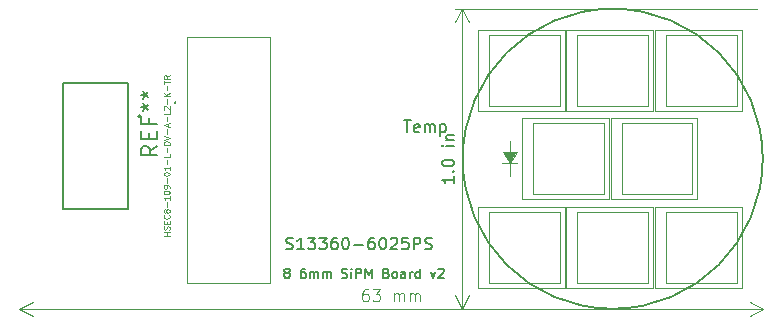
<source format=gbr>
%TF.GenerationSoftware,KiCad,Pcbnew,9.0.2*%
%TF.CreationDate,2025-05-27T17:48:54-07:00*%
%TF.ProjectId,8_6mSiPMs,385f366d-5369-4504-9d73-2e6b69636164,rev?*%
%TF.SameCoordinates,Original*%
%TF.FileFunction,Legend,Top*%
%TF.FilePolarity,Positive*%
%FSLAX46Y46*%
G04 Gerber Fmt 4.6, Leading zero omitted, Abs format (unit mm)*
G04 Created by KiCad (PCBNEW 9.0.2) date 2025-05-27 17:48:54*
%MOMM*%
%LPD*%
G01*
G04 APERTURE LIST*
%ADD10C,0.150000*%
%ADD11C,0.125000*%
%ADD12C,0.100000*%
%ADD13C,0.120000*%
%ADD14C,0.200000*%
%ADD15C,0.127000*%
G04 APERTURE END LIST*
D10*
X171650000Y-107600000D02*
G75*
G02*
X146250000Y-107600000I-12700000J0D01*
G01*
X146250000Y-107600000D02*
G75*
G02*
X171650000Y-107600000I12700000J0D01*
G01*
D11*
X121432309Y-114098716D02*
X120932309Y-114098716D01*
X121170404Y-114098716D02*
X121170404Y-113813002D01*
X121432309Y-113813002D02*
X120932309Y-113813002D01*
X121408500Y-113598715D02*
X121432309Y-113527287D01*
X121432309Y-113527287D02*
X121432309Y-113408239D01*
X121432309Y-113408239D02*
X121408500Y-113360620D01*
X121408500Y-113360620D02*
X121384690Y-113336811D01*
X121384690Y-113336811D02*
X121337071Y-113313001D01*
X121337071Y-113313001D02*
X121289452Y-113313001D01*
X121289452Y-113313001D02*
X121241833Y-113336811D01*
X121241833Y-113336811D02*
X121218023Y-113360620D01*
X121218023Y-113360620D02*
X121194214Y-113408239D01*
X121194214Y-113408239D02*
X121170404Y-113503477D01*
X121170404Y-113503477D02*
X121146595Y-113551096D01*
X121146595Y-113551096D02*
X121122785Y-113574906D01*
X121122785Y-113574906D02*
X121075166Y-113598715D01*
X121075166Y-113598715D02*
X121027547Y-113598715D01*
X121027547Y-113598715D02*
X120979928Y-113574906D01*
X120979928Y-113574906D02*
X120956119Y-113551096D01*
X120956119Y-113551096D02*
X120932309Y-113503477D01*
X120932309Y-113503477D02*
X120932309Y-113384430D01*
X120932309Y-113384430D02*
X120956119Y-113313001D01*
X121170404Y-113098716D02*
X121170404Y-112932049D01*
X121432309Y-112860621D02*
X121432309Y-113098716D01*
X121432309Y-113098716D02*
X120932309Y-113098716D01*
X120932309Y-113098716D02*
X120932309Y-112860621D01*
X121384690Y-112360621D02*
X121408500Y-112384430D01*
X121408500Y-112384430D02*
X121432309Y-112455859D01*
X121432309Y-112455859D02*
X121432309Y-112503478D01*
X121432309Y-112503478D02*
X121408500Y-112574906D01*
X121408500Y-112574906D02*
X121360880Y-112622525D01*
X121360880Y-112622525D02*
X121313261Y-112646335D01*
X121313261Y-112646335D02*
X121218023Y-112670144D01*
X121218023Y-112670144D02*
X121146595Y-112670144D01*
X121146595Y-112670144D02*
X121051357Y-112646335D01*
X121051357Y-112646335D02*
X121003738Y-112622525D01*
X121003738Y-112622525D02*
X120956119Y-112574906D01*
X120956119Y-112574906D02*
X120932309Y-112503478D01*
X120932309Y-112503478D02*
X120932309Y-112455859D01*
X120932309Y-112455859D02*
X120956119Y-112384430D01*
X120956119Y-112384430D02*
X120979928Y-112360621D01*
X121146595Y-112074906D02*
X121122785Y-112122525D01*
X121122785Y-112122525D02*
X121098976Y-112146335D01*
X121098976Y-112146335D02*
X121051357Y-112170144D01*
X121051357Y-112170144D02*
X121027547Y-112170144D01*
X121027547Y-112170144D02*
X120979928Y-112146335D01*
X120979928Y-112146335D02*
X120956119Y-112122525D01*
X120956119Y-112122525D02*
X120932309Y-112074906D01*
X120932309Y-112074906D02*
X120932309Y-111979668D01*
X120932309Y-111979668D02*
X120956119Y-111932049D01*
X120956119Y-111932049D02*
X120979928Y-111908240D01*
X120979928Y-111908240D02*
X121027547Y-111884430D01*
X121027547Y-111884430D02*
X121051357Y-111884430D01*
X121051357Y-111884430D02*
X121098976Y-111908240D01*
X121098976Y-111908240D02*
X121122785Y-111932049D01*
X121122785Y-111932049D02*
X121146595Y-111979668D01*
X121146595Y-111979668D02*
X121146595Y-112074906D01*
X121146595Y-112074906D02*
X121170404Y-112122525D01*
X121170404Y-112122525D02*
X121194214Y-112146335D01*
X121194214Y-112146335D02*
X121241833Y-112170144D01*
X121241833Y-112170144D02*
X121337071Y-112170144D01*
X121337071Y-112170144D02*
X121384690Y-112146335D01*
X121384690Y-112146335D02*
X121408500Y-112122525D01*
X121408500Y-112122525D02*
X121432309Y-112074906D01*
X121432309Y-112074906D02*
X121432309Y-111979668D01*
X121432309Y-111979668D02*
X121408500Y-111932049D01*
X121408500Y-111932049D02*
X121384690Y-111908240D01*
X121384690Y-111908240D02*
X121337071Y-111884430D01*
X121337071Y-111884430D02*
X121241833Y-111884430D01*
X121241833Y-111884430D02*
X121194214Y-111908240D01*
X121194214Y-111908240D02*
X121170404Y-111932049D01*
X121170404Y-111932049D02*
X121146595Y-111979668D01*
X121241833Y-111670145D02*
X121241833Y-111289193D01*
X121432309Y-110789192D02*
X121432309Y-111074906D01*
X121432309Y-110932049D02*
X120932309Y-110932049D01*
X120932309Y-110932049D02*
X121003738Y-110979668D01*
X121003738Y-110979668D02*
X121051357Y-111027287D01*
X121051357Y-111027287D02*
X121075166Y-111074906D01*
X120932309Y-110479669D02*
X120932309Y-110432050D01*
X120932309Y-110432050D02*
X120956119Y-110384431D01*
X120956119Y-110384431D02*
X120979928Y-110360621D01*
X120979928Y-110360621D02*
X121027547Y-110336812D01*
X121027547Y-110336812D02*
X121122785Y-110313002D01*
X121122785Y-110313002D02*
X121241833Y-110313002D01*
X121241833Y-110313002D02*
X121337071Y-110336812D01*
X121337071Y-110336812D02*
X121384690Y-110360621D01*
X121384690Y-110360621D02*
X121408500Y-110384431D01*
X121408500Y-110384431D02*
X121432309Y-110432050D01*
X121432309Y-110432050D02*
X121432309Y-110479669D01*
X121432309Y-110479669D02*
X121408500Y-110527288D01*
X121408500Y-110527288D02*
X121384690Y-110551097D01*
X121384690Y-110551097D02*
X121337071Y-110574907D01*
X121337071Y-110574907D02*
X121241833Y-110598716D01*
X121241833Y-110598716D02*
X121122785Y-110598716D01*
X121122785Y-110598716D02*
X121027547Y-110574907D01*
X121027547Y-110574907D02*
X120979928Y-110551097D01*
X120979928Y-110551097D02*
X120956119Y-110527288D01*
X120956119Y-110527288D02*
X120932309Y-110479669D01*
X121432309Y-110074907D02*
X121432309Y-109979669D01*
X121432309Y-109979669D02*
X121408500Y-109932050D01*
X121408500Y-109932050D02*
X121384690Y-109908241D01*
X121384690Y-109908241D02*
X121313261Y-109860622D01*
X121313261Y-109860622D02*
X121218023Y-109836812D01*
X121218023Y-109836812D02*
X121027547Y-109836812D01*
X121027547Y-109836812D02*
X120979928Y-109860622D01*
X120979928Y-109860622D02*
X120956119Y-109884431D01*
X120956119Y-109884431D02*
X120932309Y-109932050D01*
X120932309Y-109932050D02*
X120932309Y-110027288D01*
X120932309Y-110027288D02*
X120956119Y-110074907D01*
X120956119Y-110074907D02*
X120979928Y-110098717D01*
X120979928Y-110098717D02*
X121027547Y-110122526D01*
X121027547Y-110122526D02*
X121146595Y-110122526D01*
X121146595Y-110122526D02*
X121194214Y-110098717D01*
X121194214Y-110098717D02*
X121218023Y-110074907D01*
X121218023Y-110074907D02*
X121241833Y-110027288D01*
X121241833Y-110027288D02*
X121241833Y-109932050D01*
X121241833Y-109932050D02*
X121218023Y-109884431D01*
X121218023Y-109884431D02*
X121194214Y-109860622D01*
X121194214Y-109860622D02*
X121146595Y-109836812D01*
X121241833Y-109622527D02*
X121241833Y-109241575D01*
X120932309Y-108908241D02*
X120932309Y-108860622D01*
X120932309Y-108860622D02*
X120956119Y-108813003D01*
X120956119Y-108813003D02*
X120979928Y-108789193D01*
X120979928Y-108789193D02*
X121027547Y-108765384D01*
X121027547Y-108765384D02*
X121122785Y-108741574D01*
X121122785Y-108741574D02*
X121241833Y-108741574D01*
X121241833Y-108741574D02*
X121337071Y-108765384D01*
X121337071Y-108765384D02*
X121384690Y-108789193D01*
X121384690Y-108789193D02*
X121408500Y-108813003D01*
X121408500Y-108813003D02*
X121432309Y-108860622D01*
X121432309Y-108860622D02*
X121432309Y-108908241D01*
X121432309Y-108908241D02*
X121408500Y-108955860D01*
X121408500Y-108955860D02*
X121384690Y-108979669D01*
X121384690Y-108979669D02*
X121337071Y-109003479D01*
X121337071Y-109003479D02*
X121241833Y-109027288D01*
X121241833Y-109027288D02*
X121122785Y-109027288D01*
X121122785Y-109027288D02*
X121027547Y-109003479D01*
X121027547Y-109003479D02*
X120979928Y-108979669D01*
X120979928Y-108979669D02*
X120956119Y-108955860D01*
X120956119Y-108955860D02*
X120932309Y-108908241D01*
X121432309Y-108265384D02*
X121432309Y-108551098D01*
X121432309Y-108408241D02*
X120932309Y-108408241D01*
X120932309Y-108408241D02*
X121003738Y-108455860D01*
X121003738Y-108455860D02*
X121051357Y-108503479D01*
X121051357Y-108503479D02*
X121075166Y-108551098D01*
X121241833Y-108051099D02*
X121241833Y-107670147D01*
X121432309Y-107193956D02*
X121432309Y-107432051D01*
X121432309Y-107432051D02*
X120932309Y-107432051D01*
X121241833Y-107027289D02*
X121241833Y-106646337D01*
X121432309Y-106408241D02*
X120932309Y-106408241D01*
X120932309Y-106408241D02*
X120932309Y-106289193D01*
X120932309Y-106289193D02*
X120956119Y-106217765D01*
X120956119Y-106217765D02*
X121003738Y-106170146D01*
X121003738Y-106170146D02*
X121051357Y-106146336D01*
X121051357Y-106146336D02*
X121146595Y-106122527D01*
X121146595Y-106122527D02*
X121218023Y-106122527D01*
X121218023Y-106122527D02*
X121313261Y-106146336D01*
X121313261Y-106146336D02*
X121360880Y-106170146D01*
X121360880Y-106170146D02*
X121408500Y-106217765D01*
X121408500Y-106217765D02*
X121432309Y-106289193D01*
X121432309Y-106289193D02*
X121432309Y-106408241D01*
X120932309Y-105979669D02*
X121432309Y-105813003D01*
X121432309Y-105813003D02*
X120932309Y-105646336D01*
X121241833Y-105479670D02*
X121241833Y-105098718D01*
X121289452Y-104884431D02*
X121289452Y-104646336D01*
X121432309Y-104932050D02*
X120932309Y-104765384D01*
X120932309Y-104765384D02*
X121432309Y-104598717D01*
X121241833Y-104432051D02*
X121241833Y-104051099D01*
X121432309Y-103574908D02*
X121432309Y-103813003D01*
X121432309Y-103813003D02*
X120932309Y-103813003D01*
X120979928Y-103432050D02*
X120956119Y-103408241D01*
X120956119Y-103408241D02*
X120932309Y-103360622D01*
X120932309Y-103360622D02*
X120932309Y-103241574D01*
X120932309Y-103241574D02*
X120956119Y-103193955D01*
X120956119Y-103193955D02*
X120979928Y-103170146D01*
X120979928Y-103170146D02*
X121027547Y-103146336D01*
X121027547Y-103146336D02*
X121075166Y-103146336D01*
X121075166Y-103146336D02*
X121146595Y-103170146D01*
X121146595Y-103170146D02*
X121432309Y-103455860D01*
X121432309Y-103455860D02*
X121432309Y-103146336D01*
X121241833Y-102932051D02*
X121241833Y-102551099D01*
X121432309Y-102313003D02*
X120932309Y-102313003D01*
X121432309Y-102027289D02*
X121146595Y-102241574D01*
X120932309Y-102027289D02*
X121218023Y-102313003D01*
X121241833Y-101813003D02*
X121241833Y-101432051D01*
X120932309Y-101265383D02*
X120932309Y-100979669D01*
X121432309Y-101122526D02*
X120932309Y-101122526D01*
X121432309Y-100527289D02*
X121194214Y-100693955D01*
X121432309Y-100813003D02*
X120932309Y-100813003D01*
X120932309Y-100813003D02*
X120932309Y-100622527D01*
X120932309Y-100622527D02*
X120956119Y-100574908D01*
X120956119Y-100574908D02*
X120979928Y-100551098D01*
X120979928Y-100551098D02*
X121027547Y-100527289D01*
X121027547Y-100527289D02*
X121098976Y-100527289D01*
X121098976Y-100527289D02*
X121146595Y-100551098D01*
X121146595Y-100551098D02*
X121170404Y-100574908D01*
X121170404Y-100574908D02*
X121194214Y-100622527D01*
X121194214Y-100622527D02*
X121194214Y-100813003D01*
D10*
X131303445Y-117237152D02*
X131227255Y-117199057D01*
X131227255Y-117199057D02*
X131189160Y-117160961D01*
X131189160Y-117160961D02*
X131151064Y-117084771D01*
X131151064Y-117084771D02*
X131151064Y-117046676D01*
X131151064Y-117046676D02*
X131189160Y-116970485D01*
X131189160Y-116970485D02*
X131227255Y-116932390D01*
X131227255Y-116932390D02*
X131303445Y-116894295D01*
X131303445Y-116894295D02*
X131455826Y-116894295D01*
X131455826Y-116894295D02*
X131532017Y-116932390D01*
X131532017Y-116932390D02*
X131570112Y-116970485D01*
X131570112Y-116970485D02*
X131608207Y-117046676D01*
X131608207Y-117046676D02*
X131608207Y-117084771D01*
X131608207Y-117084771D02*
X131570112Y-117160961D01*
X131570112Y-117160961D02*
X131532017Y-117199057D01*
X131532017Y-117199057D02*
X131455826Y-117237152D01*
X131455826Y-117237152D02*
X131303445Y-117237152D01*
X131303445Y-117237152D02*
X131227255Y-117275247D01*
X131227255Y-117275247D02*
X131189160Y-117313342D01*
X131189160Y-117313342D02*
X131151064Y-117389533D01*
X131151064Y-117389533D02*
X131151064Y-117541914D01*
X131151064Y-117541914D02*
X131189160Y-117618104D01*
X131189160Y-117618104D02*
X131227255Y-117656200D01*
X131227255Y-117656200D02*
X131303445Y-117694295D01*
X131303445Y-117694295D02*
X131455826Y-117694295D01*
X131455826Y-117694295D02*
X131532017Y-117656200D01*
X131532017Y-117656200D02*
X131570112Y-117618104D01*
X131570112Y-117618104D02*
X131608207Y-117541914D01*
X131608207Y-117541914D02*
X131608207Y-117389533D01*
X131608207Y-117389533D02*
X131570112Y-117313342D01*
X131570112Y-117313342D02*
X131532017Y-117275247D01*
X131532017Y-117275247D02*
X131455826Y-117237152D01*
X132903446Y-116894295D02*
X132751065Y-116894295D01*
X132751065Y-116894295D02*
X132674874Y-116932390D01*
X132674874Y-116932390D02*
X132636779Y-116970485D01*
X132636779Y-116970485D02*
X132560589Y-117084771D01*
X132560589Y-117084771D02*
X132522493Y-117237152D01*
X132522493Y-117237152D02*
X132522493Y-117541914D01*
X132522493Y-117541914D02*
X132560589Y-117618104D01*
X132560589Y-117618104D02*
X132598684Y-117656200D01*
X132598684Y-117656200D02*
X132674874Y-117694295D01*
X132674874Y-117694295D02*
X132827255Y-117694295D01*
X132827255Y-117694295D02*
X132903446Y-117656200D01*
X132903446Y-117656200D02*
X132941541Y-117618104D01*
X132941541Y-117618104D02*
X132979636Y-117541914D01*
X132979636Y-117541914D02*
X132979636Y-117351438D01*
X132979636Y-117351438D02*
X132941541Y-117275247D01*
X132941541Y-117275247D02*
X132903446Y-117237152D01*
X132903446Y-117237152D02*
X132827255Y-117199057D01*
X132827255Y-117199057D02*
X132674874Y-117199057D01*
X132674874Y-117199057D02*
X132598684Y-117237152D01*
X132598684Y-117237152D02*
X132560589Y-117275247D01*
X132560589Y-117275247D02*
X132522493Y-117351438D01*
X133322494Y-117694295D02*
X133322494Y-117160961D01*
X133322494Y-117237152D02*
X133360589Y-117199057D01*
X133360589Y-117199057D02*
X133436779Y-117160961D01*
X133436779Y-117160961D02*
X133551065Y-117160961D01*
X133551065Y-117160961D02*
X133627256Y-117199057D01*
X133627256Y-117199057D02*
X133665351Y-117275247D01*
X133665351Y-117275247D02*
X133665351Y-117694295D01*
X133665351Y-117275247D02*
X133703446Y-117199057D01*
X133703446Y-117199057D02*
X133779637Y-117160961D01*
X133779637Y-117160961D02*
X133893922Y-117160961D01*
X133893922Y-117160961D02*
X133970113Y-117199057D01*
X133970113Y-117199057D02*
X134008208Y-117275247D01*
X134008208Y-117275247D02*
X134008208Y-117694295D01*
X134389161Y-117694295D02*
X134389161Y-117160961D01*
X134389161Y-117237152D02*
X134427256Y-117199057D01*
X134427256Y-117199057D02*
X134503446Y-117160961D01*
X134503446Y-117160961D02*
X134617732Y-117160961D01*
X134617732Y-117160961D02*
X134693923Y-117199057D01*
X134693923Y-117199057D02*
X134732018Y-117275247D01*
X134732018Y-117275247D02*
X134732018Y-117694295D01*
X134732018Y-117275247D02*
X134770113Y-117199057D01*
X134770113Y-117199057D02*
X134846304Y-117160961D01*
X134846304Y-117160961D02*
X134960589Y-117160961D01*
X134960589Y-117160961D02*
X135036780Y-117199057D01*
X135036780Y-117199057D02*
X135074875Y-117275247D01*
X135074875Y-117275247D02*
X135074875Y-117694295D01*
X136027256Y-117656200D02*
X136141542Y-117694295D01*
X136141542Y-117694295D02*
X136332018Y-117694295D01*
X136332018Y-117694295D02*
X136408209Y-117656200D01*
X136408209Y-117656200D02*
X136446304Y-117618104D01*
X136446304Y-117618104D02*
X136484399Y-117541914D01*
X136484399Y-117541914D02*
X136484399Y-117465723D01*
X136484399Y-117465723D02*
X136446304Y-117389533D01*
X136446304Y-117389533D02*
X136408209Y-117351438D01*
X136408209Y-117351438D02*
X136332018Y-117313342D01*
X136332018Y-117313342D02*
X136179637Y-117275247D01*
X136179637Y-117275247D02*
X136103447Y-117237152D01*
X136103447Y-117237152D02*
X136065352Y-117199057D01*
X136065352Y-117199057D02*
X136027256Y-117122866D01*
X136027256Y-117122866D02*
X136027256Y-117046676D01*
X136027256Y-117046676D02*
X136065352Y-116970485D01*
X136065352Y-116970485D02*
X136103447Y-116932390D01*
X136103447Y-116932390D02*
X136179637Y-116894295D01*
X136179637Y-116894295D02*
X136370114Y-116894295D01*
X136370114Y-116894295D02*
X136484399Y-116932390D01*
X136827257Y-117694295D02*
X136827257Y-117160961D01*
X136827257Y-116894295D02*
X136789161Y-116932390D01*
X136789161Y-116932390D02*
X136827257Y-116970485D01*
X136827257Y-116970485D02*
X136865352Y-116932390D01*
X136865352Y-116932390D02*
X136827257Y-116894295D01*
X136827257Y-116894295D02*
X136827257Y-116970485D01*
X137208209Y-117694295D02*
X137208209Y-116894295D01*
X137208209Y-116894295D02*
X137512971Y-116894295D01*
X137512971Y-116894295D02*
X137589161Y-116932390D01*
X137589161Y-116932390D02*
X137627256Y-116970485D01*
X137627256Y-116970485D02*
X137665352Y-117046676D01*
X137665352Y-117046676D02*
X137665352Y-117160961D01*
X137665352Y-117160961D02*
X137627256Y-117237152D01*
X137627256Y-117237152D02*
X137589161Y-117275247D01*
X137589161Y-117275247D02*
X137512971Y-117313342D01*
X137512971Y-117313342D02*
X137208209Y-117313342D01*
X138008209Y-117694295D02*
X138008209Y-116894295D01*
X138008209Y-116894295D02*
X138274875Y-117465723D01*
X138274875Y-117465723D02*
X138541542Y-116894295D01*
X138541542Y-116894295D02*
X138541542Y-117694295D01*
X139798685Y-117275247D02*
X139912971Y-117313342D01*
X139912971Y-117313342D02*
X139951066Y-117351438D01*
X139951066Y-117351438D02*
X139989162Y-117427628D01*
X139989162Y-117427628D02*
X139989162Y-117541914D01*
X139989162Y-117541914D02*
X139951066Y-117618104D01*
X139951066Y-117618104D02*
X139912971Y-117656200D01*
X139912971Y-117656200D02*
X139836781Y-117694295D01*
X139836781Y-117694295D02*
X139532019Y-117694295D01*
X139532019Y-117694295D02*
X139532019Y-116894295D01*
X139532019Y-116894295D02*
X139798685Y-116894295D01*
X139798685Y-116894295D02*
X139874876Y-116932390D01*
X139874876Y-116932390D02*
X139912971Y-116970485D01*
X139912971Y-116970485D02*
X139951066Y-117046676D01*
X139951066Y-117046676D02*
X139951066Y-117122866D01*
X139951066Y-117122866D02*
X139912971Y-117199057D01*
X139912971Y-117199057D02*
X139874876Y-117237152D01*
X139874876Y-117237152D02*
X139798685Y-117275247D01*
X139798685Y-117275247D02*
X139532019Y-117275247D01*
X140446304Y-117694295D02*
X140370114Y-117656200D01*
X140370114Y-117656200D02*
X140332019Y-117618104D01*
X140332019Y-117618104D02*
X140293923Y-117541914D01*
X140293923Y-117541914D02*
X140293923Y-117313342D01*
X140293923Y-117313342D02*
X140332019Y-117237152D01*
X140332019Y-117237152D02*
X140370114Y-117199057D01*
X140370114Y-117199057D02*
X140446304Y-117160961D01*
X140446304Y-117160961D02*
X140560590Y-117160961D01*
X140560590Y-117160961D02*
X140636781Y-117199057D01*
X140636781Y-117199057D02*
X140674876Y-117237152D01*
X140674876Y-117237152D02*
X140712971Y-117313342D01*
X140712971Y-117313342D02*
X140712971Y-117541914D01*
X140712971Y-117541914D02*
X140674876Y-117618104D01*
X140674876Y-117618104D02*
X140636781Y-117656200D01*
X140636781Y-117656200D02*
X140560590Y-117694295D01*
X140560590Y-117694295D02*
X140446304Y-117694295D01*
X141398686Y-117694295D02*
X141398686Y-117275247D01*
X141398686Y-117275247D02*
X141360591Y-117199057D01*
X141360591Y-117199057D02*
X141284400Y-117160961D01*
X141284400Y-117160961D02*
X141132019Y-117160961D01*
X141132019Y-117160961D02*
X141055829Y-117199057D01*
X141398686Y-117656200D02*
X141322495Y-117694295D01*
X141322495Y-117694295D02*
X141132019Y-117694295D01*
X141132019Y-117694295D02*
X141055829Y-117656200D01*
X141055829Y-117656200D02*
X141017733Y-117580009D01*
X141017733Y-117580009D02*
X141017733Y-117503819D01*
X141017733Y-117503819D02*
X141055829Y-117427628D01*
X141055829Y-117427628D02*
X141132019Y-117389533D01*
X141132019Y-117389533D02*
X141322495Y-117389533D01*
X141322495Y-117389533D02*
X141398686Y-117351438D01*
X141779639Y-117694295D02*
X141779639Y-117160961D01*
X141779639Y-117313342D02*
X141817734Y-117237152D01*
X141817734Y-117237152D02*
X141855829Y-117199057D01*
X141855829Y-117199057D02*
X141932020Y-117160961D01*
X141932020Y-117160961D02*
X142008210Y-117160961D01*
X142617734Y-117694295D02*
X142617734Y-116894295D01*
X142617734Y-117656200D02*
X142541543Y-117694295D01*
X142541543Y-117694295D02*
X142389162Y-117694295D01*
X142389162Y-117694295D02*
X142312972Y-117656200D01*
X142312972Y-117656200D02*
X142274877Y-117618104D01*
X142274877Y-117618104D02*
X142236781Y-117541914D01*
X142236781Y-117541914D02*
X142236781Y-117313342D01*
X142236781Y-117313342D02*
X142274877Y-117237152D01*
X142274877Y-117237152D02*
X142312972Y-117199057D01*
X142312972Y-117199057D02*
X142389162Y-117160961D01*
X142389162Y-117160961D02*
X142541543Y-117160961D01*
X142541543Y-117160961D02*
X142617734Y-117199057D01*
X143532020Y-117160961D02*
X143722496Y-117694295D01*
X143722496Y-117694295D02*
X143912973Y-117160961D01*
X144179639Y-116970485D02*
X144217735Y-116932390D01*
X144217735Y-116932390D02*
X144293925Y-116894295D01*
X144293925Y-116894295D02*
X144484401Y-116894295D01*
X144484401Y-116894295D02*
X144560592Y-116932390D01*
X144560592Y-116932390D02*
X144598687Y-116970485D01*
X144598687Y-116970485D02*
X144636782Y-117046676D01*
X144636782Y-117046676D02*
X144636782Y-117122866D01*
X144636782Y-117122866D02*
X144598687Y-117237152D01*
X144598687Y-117237152D02*
X144141544Y-117694295D01*
X144141544Y-117694295D02*
X144636782Y-117694295D01*
X131289160Y-115222200D02*
X131432017Y-115269819D01*
X131432017Y-115269819D02*
X131670112Y-115269819D01*
X131670112Y-115269819D02*
X131765350Y-115222200D01*
X131765350Y-115222200D02*
X131812969Y-115174580D01*
X131812969Y-115174580D02*
X131860588Y-115079342D01*
X131860588Y-115079342D02*
X131860588Y-114984104D01*
X131860588Y-114984104D02*
X131812969Y-114888866D01*
X131812969Y-114888866D02*
X131765350Y-114841247D01*
X131765350Y-114841247D02*
X131670112Y-114793628D01*
X131670112Y-114793628D02*
X131479636Y-114746009D01*
X131479636Y-114746009D02*
X131384398Y-114698390D01*
X131384398Y-114698390D02*
X131336779Y-114650771D01*
X131336779Y-114650771D02*
X131289160Y-114555533D01*
X131289160Y-114555533D02*
X131289160Y-114460295D01*
X131289160Y-114460295D02*
X131336779Y-114365057D01*
X131336779Y-114365057D02*
X131384398Y-114317438D01*
X131384398Y-114317438D02*
X131479636Y-114269819D01*
X131479636Y-114269819D02*
X131717731Y-114269819D01*
X131717731Y-114269819D02*
X131860588Y-114317438D01*
X132812969Y-115269819D02*
X132241541Y-115269819D01*
X132527255Y-115269819D02*
X132527255Y-114269819D01*
X132527255Y-114269819D02*
X132432017Y-114412676D01*
X132432017Y-114412676D02*
X132336779Y-114507914D01*
X132336779Y-114507914D02*
X132241541Y-114555533D01*
X133146303Y-114269819D02*
X133765350Y-114269819D01*
X133765350Y-114269819D02*
X133432017Y-114650771D01*
X133432017Y-114650771D02*
X133574874Y-114650771D01*
X133574874Y-114650771D02*
X133670112Y-114698390D01*
X133670112Y-114698390D02*
X133717731Y-114746009D01*
X133717731Y-114746009D02*
X133765350Y-114841247D01*
X133765350Y-114841247D02*
X133765350Y-115079342D01*
X133765350Y-115079342D02*
X133717731Y-115174580D01*
X133717731Y-115174580D02*
X133670112Y-115222200D01*
X133670112Y-115222200D02*
X133574874Y-115269819D01*
X133574874Y-115269819D02*
X133289160Y-115269819D01*
X133289160Y-115269819D02*
X133193922Y-115222200D01*
X133193922Y-115222200D02*
X133146303Y-115174580D01*
X134098684Y-114269819D02*
X134717731Y-114269819D01*
X134717731Y-114269819D02*
X134384398Y-114650771D01*
X134384398Y-114650771D02*
X134527255Y-114650771D01*
X134527255Y-114650771D02*
X134622493Y-114698390D01*
X134622493Y-114698390D02*
X134670112Y-114746009D01*
X134670112Y-114746009D02*
X134717731Y-114841247D01*
X134717731Y-114841247D02*
X134717731Y-115079342D01*
X134717731Y-115079342D02*
X134670112Y-115174580D01*
X134670112Y-115174580D02*
X134622493Y-115222200D01*
X134622493Y-115222200D02*
X134527255Y-115269819D01*
X134527255Y-115269819D02*
X134241541Y-115269819D01*
X134241541Y-115269819D02*
X134146303Y-115222200D01*
X134146303Y-115222200D02*
X134098684Y-115174580D01*
X135574874Y-114269819D02*
X135384398Y-114269819D01*
X135384398Y-114269819D02*
X135289160Y-114317438D01*
X135289160Y-114317438D02*
X135241541Y-114365057D01*
X135241541Y-114365057D02*
X135146303Y-114507914D01*
X135146303Y-114507914D02*
X135098684Y-114698390D01*
X135098684Y-114698390D02*
X135098684Y-115079342D01*
X135098684Y-115079342D02*
X135146303Y-115174580D01*
X135146303Y-115174580D02*
X135193922Y-115222200D01*
X135193922Y-115222200D02*
X135289160Y-115269819D01*
X135289160Y-115269819D02*
X135479636Y-115269819D01*
X135479636Y-115269819D02*
X135574874Y-115222200D01*
X135574874Y-115222200D02*
X135622493Y-115174580D01*
X135622493Y-115174580D02*
X135670112Y-115079342D01*
X135670112Y-115079342D02*
X135670112Y-114841247D01*
X135670112Y-114841247D02*
X135622493Y-114746009D01*
X135622493Y-114746009D02*
X135574874Y-114698390D01*
X135574874Y-114698390D02*
X135479636Y-114650771D01*
X135479636Y-114650771D02*
X135289160Y-114650771D01*
X135289160Y-114650771D02*
X135193922Y-114698390D01*
X135193922Y-114698390D02*
X135146303Y-114746009D01*
X135146303Y-114746009D02*
X135098684Y-114841247D01*
X136289160Y-114269819D02*
X136384398Y-114269819D01*
X136384398Y-114269819D02*
X136479636Y-114317438D01*
X136479636Y-114317438D02*
X136527255Y-114365057D01*
X136527255Y-114365057D02*
X136574874Y-114460295D01*
X136574874Y-114460295D02*
X136622493Y-114650771D01*
X136622493Y-114650771D02*
X136622493Y-114888866D01*
X136622493Y-114888866D02*
X136574874Y-115079342D01*
X136574874Y-115079342D02*
X136527255Y-115174580D01*
X136527255Y-115174580D02*
X136479636Y-115222200D01*
X136479636Y-115222200D02*
X136384398Y-115269819D01*
X136384398Y-115269819D02*
X136289160Y-115269819D01*
X136289160Y-115269819D02*
X136193922Y-115222200D01*
X136193922Y-115222200D02*
X136146303Y-115174580D01*
X136146303Y-115174580D02*
X136098684Y-115079342D01*
X136098684Y-115079342D02*
X136051065Y-114888866D01*
X136051065Y-114888866D02*
X136051065Y-114650771D01*
X136051065Y-114650771D02*
X136098684Y-114460295D01*
X136098684Y-114460295D02*
X136146303Y-114365057D01*
X136146303Y-114365057D02*
X136193922Y-114317438D01*
X136193922Y-114317438D02*
X136289160Y-114269819D01*
X137051065Y-114888866D02*
X137812970Y-114888866D01*
X138717731Y-114269819D02*
X138527255Y-114269819D01*
X138527255Y-114269819D02*
X138432017Y-114317438D01*
X138432017Y-114317438D02*
X138384398Y-114365057D01*
X138384398Y-114365057D02*
X138289160Y-114507914D01*
X138289160Y-114507914D02*
X138241541Y-114698390D01*
X138241541Y-114698390D02*
X138241541Y-115079342D01*
X138241541Y-115079342D02*
X138289160Y-115174580D01*
X138289160Y-115174580D02*
X138336779Y-115222200D01*
X138336779Y-115222200D02*
X138432017Y-115269819D01*
X138432017Y-115269819D02*
X138622493Y-115269819D01*
X138622493Y-115269819D02*
X138717731Y-115222200D01*
X138717731Y-115222200D02*
X138765350Y-115174580D01*
X138765350Y-115174580D02*
X138812969Y-115079342D01*
X138812969Y-115079342D02*
X138812969Y-114841247D01*
X138812969Y-114841247D02*
X138765350Y-114746009D01*
X138765350Y-114746009D02*
X138717731Y-114698390D01*
X138717731Y-114698390D02*
X138622493Y-114650771D01*
X138622493Y-114650771D02*
X138432017Y-114650771D01*
X138432017Y-114650771D02*
X138336779Y-114698390D01*
X138336779Y-114698390D02*
X138289160Y-114746009D01*
X138289160Y-114746009D02*
X138241541Y-114841247D01*
X139432017Y-114269819D02*
X139527255Y-114269819D01*
X139527255Y-114269819D02*
X139622493Y-114317438D01*
X139622493Y-114317438D02*
X139670112Y-114365057D01*
X139670112Y-114365057D02*
X139717731Y-114460295D01*
X139717731Y-114460295D02*
X139765350Y-114650771D01*
X139765350Y-114650771D02*
X139765350Y-114888866D01*
X139765350Y-114888866D02*
X139717731Y-115079342D01*
X139717731Y-115079342D02*
X139670112Y-115174580D01*
X139670112Y-115174580D02*
X139622493Y-115222200D01*
X139622493Y-115222200D02*
X139527255Y-115269819D01*
X139527255Y-115269819D02*
X139432017Y-115269819D01*
X139432017Y-115269819D02*
X139336779Y-115222200D01*
X139336779Y-115222200D02*
X139289160Y-115174580D01*
X139289160Y-115174580D02*
X139241541Y-115079342D01*
X139241541Y-115079342D02*
X139193922Y-114888866D01*
X139193922Y-114888866D02*
X139193922Y-114650771D01*
X139193922Y-114650771D02*
X139241541Y-114460295D01*
X139241541Y-114460295D02*
X139289160Y-114365057D01*
X139289160Y-114365057D02*
X139336779Y-114317438D01*
X139336779Y-114317438D02*
X139432017Y-114269819D01*
X140146303Y-114365057D02*
X140193922Y-114317438D01*
X140193922Y-114317438D02*
X140289160Y-114269819D01*
X140289160Y-114269819D02*
X140527255Y-114269819D01*
X140527255Y-114269819D02*
X140622493Y-114317438D01*
X140622493Y-114317438D02*
X140670112Y-114365057D01*
X140670112Y-114365057D02*
X140717731Y-114460295D01*
X140717731Y-114460295D02*
X140717731Y-114555533D01*
X140717731Y-114555533D02*
X140670112Y-114698390D01*
X140670112Y-114698390D02*
X140098684Y-115269819D01*
X140098684Y-115269819D02*
X140717731Y-115269819D01*
X141622493Y-114269819D02*
X141146303Y-114269819D01*
X141146303Y-114269819D02*
X141098684Y-114746009D01*
X141098684Y-114746009D02*
X141146303Y-114698390D01*
X141146303Y-114698390D02*
X141241541Y-114650771D01*
X141241541Y-114650771D02*
X141479636Y-114650771D01*
X141479636Y-114650771D02*
X141574874Y-114698390D01*
X141574874Y-114698390D02*
X141622493Y-114746009D01*
X141622493Y-114746009D02*
X141670112Y-114841247D01*
X141670112Y-114841247D02*
X141670112Y-115079342D01*
X141670112Y-115079342D02*
X141622493Y-115174580D01*
X141622493Y-115174580D02*
X141574874Y-115222200D01*
X141574874Y-115222200D02*
X141479636Y-115269819D01*
X141479636Y-115269819D02*
X141241541Y-115269819D01*
X141241541Y-115269819D02*
X141146303Y-115222200D01*
X141146303Y-115222200D02*
X141098684Y-115174580D01*
X142098684Y-115269819D02*
X142098684Y-114269819D01*
X142098684Y-114269819D02*
X142479636Y-114269819D01*
X142479636Y-114269819D02*
X142574874Y-114317438D01*
X142574874Y-114317438D02*
X142622493Y-114365057D01*
X142622493Y-114365057D02*
X142670112Y-114460295D01*
X142670112Y-114460295D02*
X142670112Y-114603152D01*
X142670112Y-114603152D02*
X142622493Y-114698390D01*
X142622493Y-114698390D02*
X142574874Y-114746009D01*
X142574874Y-114746009D02*
X142479636Y-114793628D01*
X142479636Y-114793628D02*
X142098684Y-114793628D01*
X143051065Y-115222200D02*
X143193922Y-115269819D01*
X143193922Y-115269819D02*
X143432017Y-115269819D01*
X143432017Y-115269819D02*
X143527255Y-115222200D01*
X143527255Y-115222200D02*
X143574874Y-115174580D01*
X143574874Y-115174580D02*
X143622493Y-115079342D01*
X143622493Y-115079342D02*
X143622493Y-114984104D01*
X143622493Y-114984104D02*
X143574874Y-114888866D01*
X143574874Y-114888866D02*
X143527255Y-114841247D01*
X143527255Y-114841247D02*
X143432017Y-114793628D01*
X143432017Y-114793628D02*
X143241541Y-114746009D01*
X143241541Y-114746009D02*
X143146303Y-114698390D01*
X143146303Y-114698390D02*
X143098684Y-114650771D01*
X143098684Y-114650771D02*
X143051065Y-114555533D01*
X143051065Y-114555533D02*
X143051065Y-114460295D01*
X143051065Y-114460295D02*
X143098684Y-114365057D01*
X143098684Y-114365057D02*
X143146303Y-114317438D01*
X143146303Y-114317438D02*
X143241541Y-114269819D01*
X143241541Y-114269819D02*
X143479636Y-114269819D01*
X143479636Y-114269819D02*
X143622493Y-114317438D01*
X145504819Y-109099999D02*
X145504819Y-109671427D01*
X145504819Y-109385713D02*
X144504819Y-109385713D01*
X144504819Y-109385713D02*
X144647676Y-109480951D01*
X144647676Y-109480951D02*
X144742914Y-109576189D01*
X144742914Y-109576189D02*
X144790533Y-109671427D01*
X145409580Y-108671427D02*
X145457200Y-108623808D01*
X145457200Y-108623808D02*
X145504819Y-108671427D01*
X145504819Y-108671427D02*
X145457200Y-108719046D01*
X145457200Y-108719046D02*
X145409580Y-108671427D01*
X145409580Y-108671427D02*
X145504819Y-108671427D01*
X144504819Y-108004761D02*
X144504819Y-107909523D01*
X144504819Y-107909523D02*
X144552438Y-107814285D01*
X144552438Y-107814285D02*
X144600057Y-107766666D01*
X144600057Y-107766666D02*
X144695295Y-107719047D01*
X144695295Y-107719047D02*
X144885771Y-107671428D01*
X144885771Y-107671428D02*
X145123866Y-107671428D01*
X145123866Y-107671428D02*
X145314342Y-107719047D01*
X145314342Y-107719047D02*
X145409580Y-107766666D01*
X145409580Y-107766666D02*
X145457200Y-107814285D01*
X145457200Y-107814285D02*
X145504819Y-107909523D01*
X145504819Y-107909523D02*
X145504819Y-108004761D01*
X145504819Y-108004761D02*
X145457200Y-108099999D01*
X145457200Y-108099999D02*
X145409580Y-108147618D01*
X145409580Y-108147618D02*
X145314342Y-108195237D01*
X145314342Y-108195237D02*
X145123866Y-108242856D01*
X145123866Y-108242856D02*
X144885771Y-108242856D01*
X144885771Y-108242856D02*
X144695295Y-108195237D01*
X144695295Y-108195237D02*
X144600057Y-108147618D01*
X144600057Y-108147618D02*
X144552438Y-108099999D01*
X144552438Y-108099999D02*
X144504819Y-108004761D01*
X145504819Y-106480951D02*
X144838152Y-106480951D01*
X144504819Y-106480951D02*
X144552438Y-106528570D01*
X144552438Y-106528570D02*
X144600057Y-106480951D01*
X144600057Y-106480951D02*
X144552438Y-106433332D01*
X144552438Y-106433332D02*
X144504819Y-106480951D01*
X144504819Y-106480951D02*
X144600057Y-106480951D01*
X144838152Y-106004761D02*
X145504819Y-106004761D01*
X144933390Y-106004761D02*
X144885771Y-105957142D01*
X144885771Y-105957142D02*
X144838152Y-105861904D01*
X144838152Y-105861904D02*
X144838152Y-105719047D01*
X144838152Y-105719047D02*
X144885771Y-105623809D01*
X144885771Y-105623809D02*
X144981009Y-105576190D01*
X144981009Y-105576190D02*
X145504819Y-105576190D01*
D12*
X171200000Y-120300000D02*
X145613580Y-120300000D01*
X171200000Y-94900000D02*
X145613580Y-94900000D01*
X146200000Y-120300000D02*
X146200000Y-94900000D01*
X146200000Y-120300000D02*
X145613579Y-119173496D01*
X146200000Y-120300000D02*
X146786421Y-119173496D01*
X146200000Y-94900000D02*
X146786421Y-96026504D01*
X146200000Y-94900000D02*
X145613579Y-96026504D01*
X138200000Y-118657419D02*
X138009524Y-118657419D01*
X138009524Y-118657419D02*
X137914286Y-118705038D01*
X137914286Y-118705038D02*
X137866667Y-118752657D01*
X137866667Y-118752657D02*
X137771429Y-118895514D01*
X137771429Y-118895514D02*
X137723810Y-119085990D01*
X137723810Y-119085990D02*
X137723810Y-119466942D01*
X137723810Y-119466942D02*
X137771429Y-119562180D01*
X137771429Y-119562180D02*
X137819048Y-119609800D01*
X137819048Y-119609800D02*
X137914286Y-119657419D01*
X137914286Y-119657419D02*
X138104762Y-119657419D01*
X138104762Y-119657419D02*
X138200000Y-119609800D01*
X138200000Y-119609800D02*
X138247619Y-119562180D01*
X138247619Y-119562180D02*
X138295238Y-119466942D01*
X138295238Y-119466942D02*
X138295238Y-119228847D01*
X138295238Y-119228847D02*
X138247619Y-119133609D01*
X138247619Y-119133609D02*
X138200000Y-119085990D01*
X138200000Y-119085990D02*
X138104762Y-119038371D01*
X138104762Y-119038371D02*
X137914286Y-119038371D01*
X137914286Y-119038371D02*
X137819048Y-119085990D01*
X137819048Y-119085990D02*
X137771429Y-119133609D01*
X137771429Y-119133609D02*
X137723810Y-119228847D01*
X138628572Y-118657419D02*
X139247619Y-118657419D01*
X139247619Y-118657419D02*
X138914286Y-119038371D01*
X138914286Y-119038371D02*
X139057143Y-119038371D01*
X139057143Y-119038371D02*
X139152381Y-119085990D01*
X139152381Y-119085990D02*
X139200000Y-119133609D01*
X139200000Y-119133609D02*
X139247619Y-119228847D01*
X139247619Y-119228847D02*
X139247619Y-119466942D01*
X139247619Y-119466942D02*
X139200000Y-119562180D01*
X139200000Y-119562180D02*
X139152381Y-119609800D01*
X139152381Y-119609800D02*
X139057143Y-119657419D01*
X139057143Y-119657419D02*
X138771429Y-119657419D01*
X138771429Y-119657419D02*
X138676191Y-119609800D01*
X138676191Y-119609800D02*
X138628572Y-119562180D01*
X140438096Y-119657419D02*
X140438096Y-118990752D01*
X140438096Y-119085990D02*
X140485715Y-119038371D01*
X140485715Y-119038371D02*
X140580953Y-118990752D01*
X140580953Y-118990752D02*
X140723810Y-118990752D01*
X140723810Y-118990752D02*
X140819048Y-119038371D01*
X140819048Y-119038371D02*
X140866667Y-119133609D01*
X140866667Y-119133609D02*
X140866667Y-119657419D01*
X140866667Y-119133609D02*
X140914286Y-119038371D01*
X140914286Y-119038371D02*
X141009524Y-118990752D01*
X141009524Y-118990752D02*
X141152381Y-118990752D01*
X141152381Y-118990752D02*
X141247620Y-119038371D01*
X141247620Y-119038371D02*
X141295239Y-119133609D01*
X141295239Y-119133609D02*
X141295239Y-119657419D01*
X141771429Y-119657419D02*
X141771429Y-118990752D01*
X141771429Y-119085990D02*
X141819048Y-119038371D01*
X141819048Y-119038371D02*
X141914286Y-118990752D01*
X141914286Y-118990752D02*
X142057143Y-118990752D01*
X142057143Y-118990752D02*
X142152381Y-119038371D01*
X142152381Y-119038371D02*
X142200000Y-119133609D01*
X142200000Y-119133609D02*
X142200000Y-119657419D01*
X142200000Y-119133609D02*
X142247619Y-119038371D01*
X142247619Y-119038371D02*
X142342857Y-118990752D01*
X142342857Y-118990752D02*
X142485714Y-118990752D01*
X142485714Y-118990752D02*
X142580953Y-119038371D01*
X142580953Y-119038371D02*
X142628572Y-119133609D01*
X142628572Y-119133609D02*
X142628572Y-119657419D01*
X171700000Y-120300000D02*
X171700000Y-120300000D01*
X108700000Y-120300000D02*
X108700000Y-120300000D01*
X171700000Y-120300000D02*
X108700000Y-120300000D01*
X171700000Y-120300000D02*
X170573496Y-120886421D01*
X171700000Y-120300000D02*
X170573496Y-119713579D01*
X108700000Y-120300000D02*
X109826504Y-119713579D01*
X108700000Y-120300000D02*
X109826504Y-120886421D01*
D10*
X141266667Y-104354819D02*
X141838095Y-104354819D01*
X141552381Y-105354819D02*
X141552381Y-104354819D01*
X142552381Y-105307200D02*
X142457143Y-105354819D01*
X142457143Y-105354819D02*
X142266667Y-105354819D01*
X142266667Y-105354819D02*
X142171429Y-105307200D01*
X142171429Y-105307200D02*
X142123810Y-105211961D01*
X142123810Y-105211961D02*
X142123810Y-104831009D01*
X142123810Y-104831009D02*
X142171429Y-104735771D01*
X142171429Y-104735771D02*
X142266667Y-104688152D01*
X142266667Y-104688152D02*
X142457143Y-104688152D01*
X142457143Y-104688152D02*
X142552381Y-104735771D01*
X142552381Y-104735771D02*
X142600000Y-104831009D01*
X142600000Y-104831009D02*
X142600000Y-104926247D01*
X142600000Y-104926247D02*
X142123810Y-105021485D01*
X143028572Y-105354819D02*
X143028572Y-104688152D01*
X143028572Y-104783390D02*
X143076191Y-104735771D01*
X143076191Y-104735771D02*
X143171429Y-104688152D01*
X143171429Y-104688152D02*
X143314286Y-104688152D01*
X143314286Y-104688152D02*
X143409524Y-104735771D01*
X143409524Y-104735771D02*
X143457143Y-104831009D01*
X143457143Y-104831009D02*
X143457143Y-105354819D01*
X143457143Y-104831009D02*
X143504762Y-104735771D01*
X143504762Y-104735771D02*
X143600000Y-104688152D01*
X143600000Y-104688152D02*
X143742857Y-104688152D01*
X143742857Y-104688152D02*
X143838096Y-104735771D01*
X143838096Y-104735771D02*
X143885715Y-104831009D01*
X143885715Y-104831009D02*
X143885715Y-105354819D01*
X144361905Y-104688152D02*
X144361905Y-105688152D01*
X144361905Y-104735771D02*
X144457143Y-104688152D01*
X144457143Y-104688152D02*
X144647619Y-104688152D01*
X144647619Y-104688152D02*
X144742857Y-104735771D01*
X144742857Y-104735771D02*
X144790476Y-104783390D01*
X144790476Y-104783390D02*
X144838095Y-104878628D01*
X144838095Y-104878628D02*
X144838095Y-105164342D01*
X144838095Y-105164342D02*
X144790476Y-105259580D01*
X144790476Y-105259580D02*
X144742857Y-105307200D01*
X144742857Y-105307200D02*
X144647619Y-105354819D01*
X144647619Y-105354819D02*
X144457143Y-105354819D01*
X144457143Y-105354819D02*
X144361905Y-105307200D01*
X120399077Y-106517665D02*
X119732384Y-106984350D01*
X120399077Y-107317696D02*
X118999022Y-107317696D01*
X118999022Y-107317696D02*
X118999022Y-106784342D01*
X118999022Y-106784342D02*
X119065691Y-106651003D01*
X119065691Y-106651003D02*
X119132360Y-106584334D01*
X119132360Y-106584334D02*
X119265699Y-106517665D01*
X119265699Y-106517665D02*
X119465707Y-106517665D01*
X119465707Y-106517665D02*
X119599045Y-106584334D01*
X119599045Y-106584334D02*
X119665715Y-106651003D01*
X119665715Y-106651003D02*
X119732384Y-106784342D01*
X119732384Y-106784342D02*
X119732384Y-107317696D01*
X119665715Y-105917641D02*
X119665715Y-105450956D01*
X120399077Y-105250948D02*
X120399077Y-105917641D01*
X120399077Y-105917641D02*
X118999022Y-105917641D01*
X118999022Y-105917641D02*
X118999022Y-105250948D01*
X119665715Y-104184240D02*
X119665715Y-104650925D01*
X120399077Y-104650925D02*
X118999022Y-104650925D01*
X118999022Y-104650925D02*
X118999022Y-103984232D01*
X118999022Y-103250870D02*
X119332368Y-103250870D01*
X119199030Y-103584217D02*
X119332368Y-103250870D01*
X119332368Y-103250870D02*
X119199030Y-102917524D01*
X119599045Y-103450878D02*
X119332368Y-103250870D01*
X119332368Y-103250870D02*
X119599045Y-103050862D01*
X118999022Y-102184161D02*
X119332368Y-102184161D01*
X119199030Y-102517508D02*
X119332368Y-102184161D01*
X119332368Y-102184161D02*
X119199030Y-101850815D01*
X119599045Y-102384169D02*
X119332368Y-102184161D01*
X119332368Y-102184161D02*
X119599045Y-101984153D01*
%TO.C,REF\u002A\u002A10*%
D13*
X162518198Y-96675000D02*
X169868198Y-96675000D01*
X169868198Y-103525000D01*
X162518198Y-103525000D01*
X162518198Y-96675000D01*
X163443198Y-97100000D02*
X169443198Y-97100000D01*
X169443198Y-103100000D01*
X163443198Y-103100000D01*
X163443198Y-97100000D01*
D14*
%TO.C,J\u002A\u002A*%
X121900000Y-102800000D02*
X121900000Y-102800000D01*
X121900000Y-102800000D02*
X121900000Y-102800000D01*
X121900000Y-102900000D02*
X121900000Y-102900000D01*
D12*
X122900000Y-97270000D02*
X129900000Y-97270000D01*
X122900000Y-118130000D02*
X122900000Y-97270000D01*
X129900000Y-97270000D02*
X129900000Y-118130000D01*
X129900000Y-118130000D02*
X122900000Y-118130000D01*
D14*
X121900000Y-102800000D02*
G75*
G02*
X121900000Y-102900000I0J-50000D01*
G01*
X121900000Y-102900000D02*
G75*
G02*
X121900000Y-102800000I0J50000D01*
G01*
X121900000Y-102900000D02*
G75*
G02*
X121900000Y-102800000I0J50000D01*
G01*
%TO.C,REF\u002A\u002A10*%
D13*
X155018198Y-96675000D02*
X162368198Y-96675000D01*
X162368198Y-103525000D01*
X155018198Y-103525000D01*
X155018198Y-96675000D01*
X155943198Y-97100000D02*
X161943198Y-97100000D01*
X161943198Y-103100000D01*
X155943198Y-103100000D01*
X155943198Y-97100000D01*
%TO.C,REF\u002A\u002A*%
X150243198Y-109100000D02*
X150243198Y-106100000D01*
X150843198Y-108000000D02*
X149543198Y-108000000D01*
X150243198Y-108000000D02*
X149643198Y-107000000D01*
X150843198Y-107000000D01*
X150243198Y-108000000D01*
G36*
X150243198Y-108000000D02*
G01*
X149643198Y-107000000D01*
X150843198Y-107000000D01*
X150243198Y-108000000D01*
G37*
%TO.C,REF\u002A\u002A10*%
X162518198Y-111675000D02*
X169868198Y-111675000D01*
X169868198Y-118525000D01*
X162518198Y-118525000D01*
X162518198Y-111675000D01*
X163443198Y-112100000D02*
X169443198Y-112100000D01*
X169443198Y-118100000D01*
X163443198Y-118100000D01*
X163443198Y-112100000D01*
X147518198Y-111675000D02*
X154868198Y-111675000D01*
X154868198Y-118525000D01*
X147518198Y-118525000D01*
X147518198Y-111675000D01*
X148443198Y-112100000D02*
X154443198Y-112100000D01*
X154443198Y-118100000D01*
X148443198Y-118100000D01*
X148443198Y-112100000D01*
D15*
%TO.C,REF\u002A\u002A*%
X112435000Y-101206000D02*
X117870000Y-101206000D01*
X112435000Y-111874000D02*
X112435000Y-101206000D01*
X117870000Y-101206000D02*
X117870000Y-111874000D01*
X117870000Y-111874000D02*
X112435000Y-111874000D01*
D14*
X118970000Y-104000000D02*
G75*
G02*
X118770000Y-104000000I-100000J0D01*
G01*
X118770000Y-104000000D02*
G75*
G02*
X118970000Y-104000000I100000J0D01*
G01*
%TO.C,REF\u002A\u002A10*%
D13*
X147518198Y-96675000D02*
X154868198Y-96675000D01*
X154868198Y-103525000D01*
X147518198Y-103525000D01*
X147518198Y-96675000D01*
X148443198Y-97100000D02*
X154443198Y-97100000D01*
X154443198Y-103100000D01*
X148443198Y-103100000D01*
X148443198Y-97100000D01*
X158768198Y-104175000D02*
X166118198Y-104175000D01*
X166118198Y-111025000D01*
X158768198Y-111025000D01*
X158768198Y-104175000D01*
X159693198Y-104600000D02*
X165693198Y-104600000D01*
X165693198Y-110600000D01*
X159693198Y-110600000D01*
X159693198Y-104600000D01*
X155018198Y-111675000D02*
X162368198Y-111675000D01*
X162368198Y-118525000D01*
X155018198Y-118525000D01*
X155018198Y-111675000D01*
X155943198Y-112100000D02*
X161943198Y-112100000D01*
X161943198Y-118100000D01*
X155943198Y-118100000D01*
X155943198Y-112100000D01*
X151268198Y-104175000D02*
X158618198Y-104175000D01*
X158618198Y-111025000D01*
X151268198Y-111025000D01*
X151268198Y-104175000D01*
X152193198Y-104600000D02*
X158193198Y-104600000D01*
X158193198Y-110600000D01*
X152193198Y-110600000D01*
X152193198Y-104600000D01*
%TD*%
M02*

</source>
